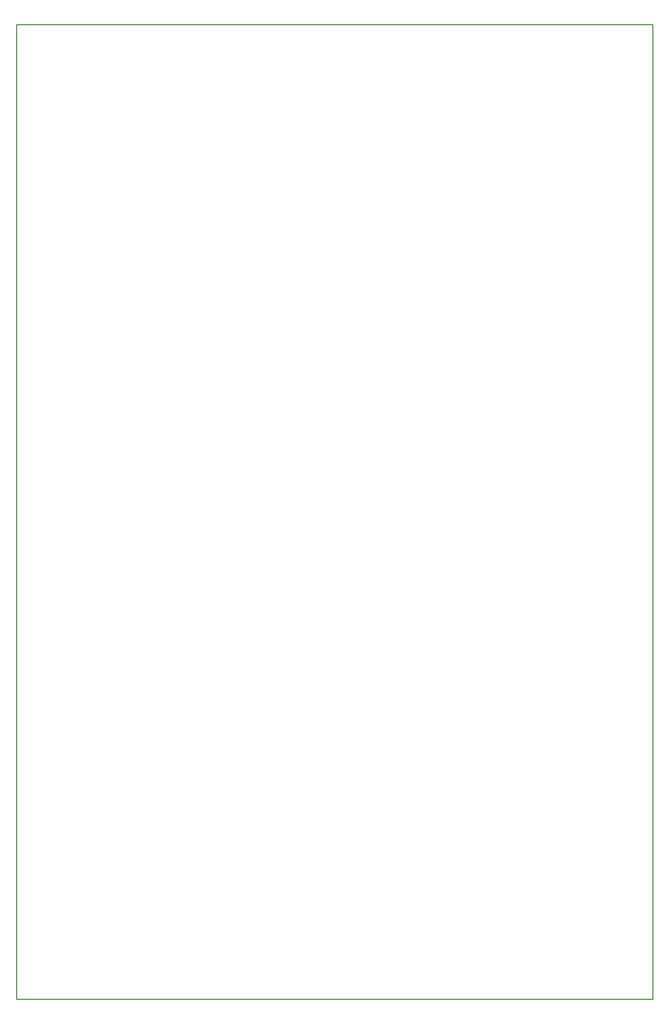
<source format=gbr>
G04 (created by PCBNEW (2013-jul-07)-stable) date Fr 13 Feb 2015 15:01:28 CET*
%MOIN*%
G04 Gerber Fmt 3.4, Leading zero omitted, Abs format*
%FSLAX34Y34*%
G01*
G70*
G90*
G04 APERTURE LIST*
%ADD10C,0.00590551*%
G04 APERTURE END LIST*
G54D10*
X91500Y-97000D02*
X90000Y-97000D01*
X91500Y-36500D02*
X91500Y-97000D01*
X52000Y-36500D02*
X91500Y-36500D01*
X52000Y-97000D02*
X52000Y-36500D01*
X90500Y-97000D02*
X52000Y-97000D01*
M02*

</source>
